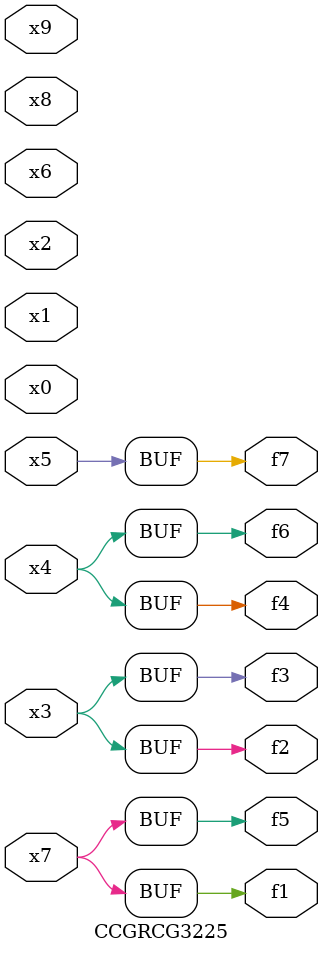
<source format=v>
module CCGRCG3225(
	input x0, x1, x2, x3, x4, x5, x6, x7, x8, x9,
	output f1, f2, f3, f4, f5, f6, f7
);
	assign f1 = x7;
	assign f2 = x3;
	assign f3 = x3;
	assign f4 = x4;
	assign f5 = x7;
	assign f6 = x4;
	assign f7 = x5;
endmodule

</source>
